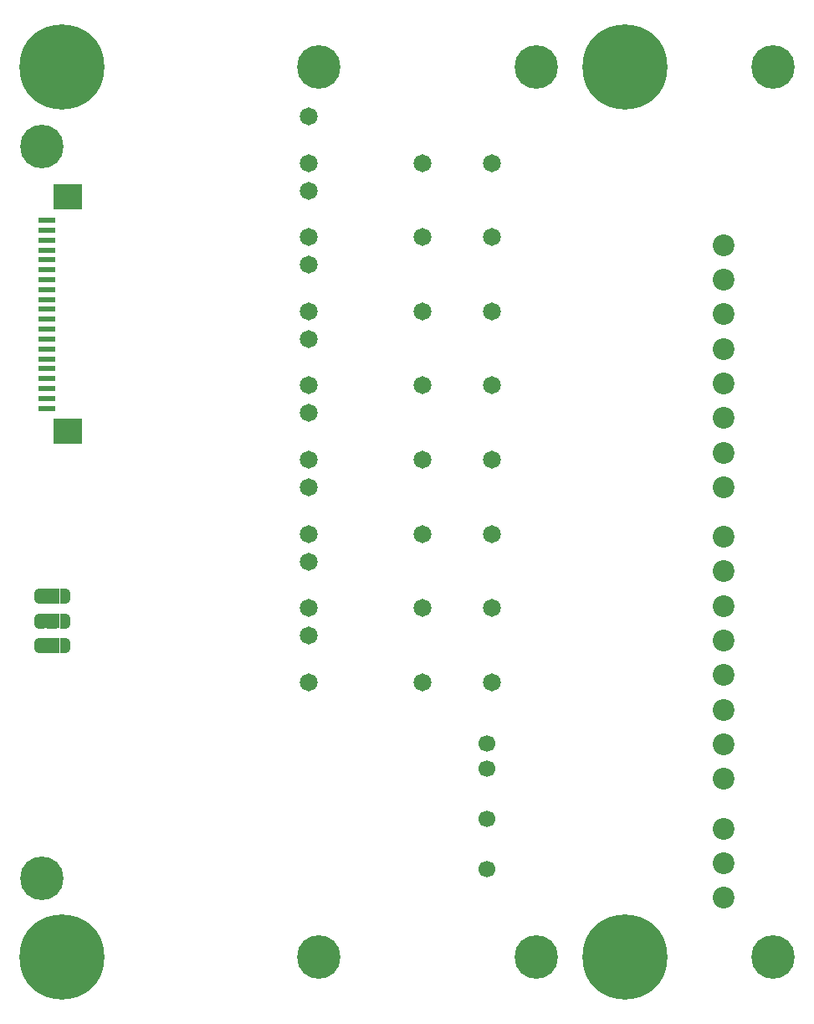
<source format=gbr>
%TF.GenerationSoftware,KiCad,Pcbnew,9.0.6*%
%TF.CreationDate,2025-12-05T19:34:27+03:00*%
%TF.ProjectId,PMCNV-RQx8,504d434e-562d-4525-9178-382e6b696361,rev?*%
%TF.SameCoordinates,Original*%
%TF.FileFunction,Soldermask,Bot*%
%TF.FilePolarity,Negative*%
%FSLAX46Y46*%
G04 Gerber Fmt 4.6, Leading zero omitted, Abs format (unit mm)*
G04 Created by KiCad (PCBNEW 9.0.6) date 2025-12-05 19:34:27*
%MOMM*%
%LPD*%
G01*
G04 APERTURE LIST*
G04 Aperture macros list*
%AMFreePoly0*
4,1,23,0.550000,-0.750000,0.000000,-0.750000,0.000000,-0.745722,-0.065263,-0.745722,-0.191342,-0.711940,-0.304381,-0.646677,-0.396677,-0.554381,-0.461940,-0.441342,-0.495722,-0.315263,-0.495722,-0.250000,-0.500000,-0.250000,-0.500000,0.250000,-0.495722,0.250000,-0.495722,0.315263,-0.461940,0.441342,-0.396677,0.554381,-0.304381,0.646677,-0.191342,0.711940,-0.065263,0.745722,0.000000,0.745722,
0.000000,0.750000,0.550000,0.750000,0.550000,-0.750000,0.550000,-0.750000,$1*%
%AMFreePoly1*
4,1,23,0.000000,0.745722,0.065263,0.745722,0.191342,0.711940,0.304381,0.646677,0.396677,0.554381,0.461940,0.441342,0.495722,0.315263,0.495722,0.250000,0.500000,0.250000,0.500000,-0.250000,0.495722,-0.250000,0.495722,-0.315263,0.461940,-0.441342,0.396677,-0.554381,0.304381,-0.646677,0.191342,-0.711940,0.065263,-0.745722,0.000000,-0.745722,0.000000,-0.750000,-0.550000,-0.750000,
-0.550000,0.750000,0.000000,0.750000,0.000000,0.745722,0.000000,0.745722,$1*%
G04 Aperture macros list end*
%ADD10C,0.700000*%
%ADD11C,4.400000*%
%ADD12C,2.200000*%
%ADD13C,1.700000*%
%ADD14C,1.812000*%
%ADD15C,0.900000*%
%ADD16C,8.600000*%
%ADD17R,1.800000X0.600000*%
%ADD18R,3.000000X2.600000*%
%ADD19FreePoly0,180.000000*%
%ADD20R,1.000000X1.500000*%
%ADD21FreePoly1,180.000000*%
G04 APERTURE END LIST*
%TO.C,JP6*%
G36*
X-35250000Y-10250000D02*
G01*
X-36750000Y-10250000D01*
X-36750000Y-11750000D01*
X-35250000Y-11750000D01*
X-35250000Y-10250000D01*
G37*
%TO.C,JP5*%
G36*
X-35250000Y-7750000D02*
G01*
X-36750000Y-7750000D01*
X-36750000Y-9250000D01*
X-35250000Y-9250000D01*
X-35250000Y-7750000D01*
G37*
%TO.C,JP7*%
G36*
X-35250000Y-12750000D02*
G01*
X-36750000Y-12750000D01*
X-36750000Y-14250000D01*
X-35250000Y-14250000D01*
X-35250000Y-12750000D01*
G37*
%TD*%
D10*
%TO.C,U4*%
X-38650000Y37000000D03*
X-38650000Y-37000000D03*
X-38166726Y38166726D03*
X-38166726Y35833274D03*
X-38166726Y-35833274D03*
X-38166726Y-38166726D03*
X-37000000Y38650000D03*
D11*
X-37000000Y37000000D03*
D10*
X-37000000Y35350000D03*
X-37000000Y-35350000D03*
D11*
X-37000000Y-37000000D03*
D10*
X-37000000Y-38650000D03*
X-35833274Y38166726D03*
X-35833274Y35833274D03*
X-35833274Y-35833274D03*
X-35833274Y-38166726D03*
X-35350000Y37000000D03*
X-35350000Y-37000000D03*
X-10650000Y45000000D03*
X-10650000Y-45000000D03*
X-10166726Y46166726D03*
X-10166726Y43833274D03*
X-10166726Y-43833274D03*
X-10166726Y-46166726D03*
X-9000000Y46650000D03*
D11*
X-9000000Y45000000D03*
D10*
X-9000000Y43350000D03*
X-9000000Y-43350000D03*
D11*
X-9000000Y-45000000D03*
D10*
X-9000000Y-46650000D03*
X-7833274Y46166726D03*
X-7833274Y43833274D03*
X-7833274Y-43833274D03*
X-7833274Y-46166726D03*
X-7350000Y45000000D03*
X-7350000Y-45000000D03*
%TD*%
D12*
%TO.C,J4*%
X32000000Y-27000000D03*
X32000000Y-23500000D03*
X32000000Y-20000000D03*
X32000000Y-16500000D03*
X32000000Y-13000000D03*
X32000000Y-9500000D03*
X32000000Y-6000000D03*
X32000000Y-2500000D03*
%TD*%
%TO.C,J2*%
X32000000Y2500000D03*
X32000000Y6000000D03*
X32000000Y9500000D03*
X32000000Y13000000D03*
X32000000Y16500000D03*
X32000000Y20000000D03*
X32000000Y23500000D03*
X32000000Y27000000D03*
%TD*%
D13*
%TO.C,PS1*%
X8000000Y-23385000D03*
X8000000Y-25925000D03*
X8000000Y-31005000D03*
X8000000Y-36085000D03*
%TD*%
D14*
%TO.C,K4*%
X-10000000Y12800000D03*
X1500000Y12800000D03*
X8500000Y12800000D03*
X-10000000Y17500000D03*
%TD*%
%TO.C,K5*%
X-10000000Y5300000D03*
X1500000Y5300000D03*
X8500000Y5300000D03*
X-10000000Y10000000D03*
%TD*%
%TO.C,K6*%
X-10000000Y-2200000D03*
X1500000Y-2200000D03*
X8500000Y-2200000D03*
X-10000000Y2500000D03*
%TD*%
%TO.C,K8*%
X-10000000Y-17200000D03*
X1500000Y-17200000D03*
X8500000Y-17200000D03*
X-10000000Y-12500000D03*
%TD*%
%TO.C,K1*%
X-10000000Y35300000D03*
X1500000Y35300000D03*
X8500000Y35300000D03*
X-10000000Y40000000D03*
%TD*%
D12*
%TO.C,J6*%
X32000000Y-39000000D03*
X32000000Y-35500000D03*
X32000000Y-32000000D03*
%TD*%
D15*
%TO.C,H2*%
X18775000Y45000000D03*
X19719581Y47280419D03*
X19719581Y42719581D03*
X22000000Y48225000D03*
D16*
X22000000Y45000000D03*
D15*
X22000000Y41775000D03*
X24280419Y47280419D03*
X24280419Y42719581D03*
X25225000Y45000000D03*
%TD*%
%TO.C,H3*%
X18775000Y-45000000D03*
X19719581Y-42719581D03*
X19719581Y-47280419D03*
X22000000Y-41775000D03*
D16*
X22000000Y-45000000D03*
D15*
X22000000Y-48225000D03*
X24280419Y-42719581D03*
X24280419Y-47280419D03*
X25225000Y-45000000D03*
%TD*%
D14*
%TO.C,K7*%
X-10000000Y-9700000D03*
X1500000Y-9700000D03*
X8500000Y-9700000D03*
X-10000000Y-5000000D03*
%TD*%
%TO.C,K3*%
X-10000000Y20300000D03*
X1500000Y20300000D03*
X8500000Y20300000D03*
X-10000000Y25000000D03*
%TD*%
%TO.C,K2*%
X-10000000Y27800000D03*
X1500000Y27800000D03*
X8500000Y27800000D03*
X-10000000Y32500000D03*
%TD*%
D15*
%TO.C,H1*%
X-38225000Y45000000D03*
X-37280419Y47280419D03*
X-37280419Y42719581D03*
X-35000000Y48225000D03*
D16*
X-35000000Y45000000D03*
D15*
X-35000000Y41775000D03*
X-32719581Y47280419D03*
X-32719581Y42719581D03*
X-31775000Y45000000D03*
%TD*%
%TO.C,H4*%
X-38225000Y-45000000D03*
X-37280419Y-42719581D03*
X-37280419Y-47280419D03*
X-35000000Y-41775000D03*
D16*
X-35000000Y-45000000D03*
D15*
X-35000000Y-48225000D03*
X-32719581Y-42719581D03*
X-32719581Y-47280419D03*
X-31775000Y-45000000D03*
%TD*%
D17*
%TO.C,JM2*%
X-36546000Y29500000D03*
X-36546000Y28500000D03*
X-36546000Y27500000D03*
X-36546000Y26500000D03*
X-36546000Y25500000D03*
X-36546000Y24500000D03*
X-36546000Y23500000D03*
X-36546000Y22500000D03*
X-36546000Y21500000D03*
X-36546000Y20500000D03*
X-36546000Y19500000D03*
X-36546000Y18500000D03*
X-36546000Y17500000D03*
X-36546000Y16500000D03*
X-36546000Y15500000D03*
X-36546000Y14500000D03*
X-36546000Y13500000D03*
X-36546000Y12500000D03*
X-36546000Y11500000D03*
X-36546000Y10500000D03*
D18*
X-34375000Y31850000D03*
X-34375000Y8150000D03*
%TD*%
D19*
%TO.C,JP6*%
X-34700000Y-11000000D03*
D20*
X-36000000Y-11000000D03*
D21*
X-37300000Y-11000000D03*
%TD*%
D10*
%TO.C,U3*%
X11350000Y45000000D03*
X11350000Y-45000000D03*
X11833274Y46166726D03*
X11833274Y43833274D03*
X11833274Y-43833274D03*
X11833274Y-46166726D03*
X13000000Y46650000D03*
D11*
X13000000Y45000000D03*
D10*
X13000000Y43350000D03*
X13000000Y-43350000D03*
D11*
X13000000Y-45000000D03*
D10*
X13000000Y-46650000D03*
X14166726Y46166726D03*
X14166726Y43833274D03*
X14166726Y-43833274D03*
X14166726Y-46166726D03*
X14650000Y45000000D03*
X14650000Y-45000000D03*
X35350000Y45000000D03*
X35350000Y-45000000D03*
X35833274Y46166726D03*
X35833274Y43833274D03*
X35833274Y-43833274D03*
X35833274Y-46166726D03*
X37000000Y46650000D03*
D11*
X37000000Y45000000D03*
D10*
X37000000Y43350000D03*
X37000000Y-43350000D03*
D11*
X37000000Y-45000000D03*
D10*
X37000000Y-46650000D03*
X38166726Y46166726D03*
X38166726Y43833274D03*
X38166726Y-43833274D03*
X38166726Y-46166726D03*
X38650000Y45000000D03*
X38650000Y-45000000D03*
%TD*%
D19*
%TO.C,JP5*%
X-34700000Y-8500000D03*
D20*
X-36000000Y-8500000D03*
D21*
X-37300000Y-8500000D03*
%TD*%
D19*
%TO.C,JP7*%
X-34700000Y-13500000D03*
D20*
X-36000000Y-13500000D03*
D21*
X-37300000Y-13500000D03*
%TD*%
M02*

</source>
